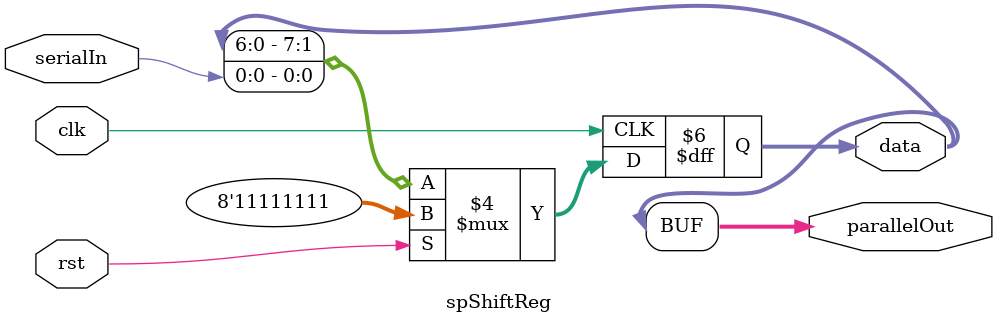
<source format=v>
module spShiftReg(parallelOut, data, serialIn, clk, rst);
	input clk, rst;				// bit clock, reset
	input serialIn;				// input serial data
	output [7:0] parallelOut;	// output parallel data

	// memory
	output reg [7:0] data;
	initial data = 8'b11111111;
 
 	// at each clock edge, read new input & shift left
	always @(posedge clk) begin
		if(rst) data <= 8'b11111111;
		else data = {data[6:0], serialIn};
	end 
	
	// output logic
	assign parallelOut = data;
endmodule 

</source>
